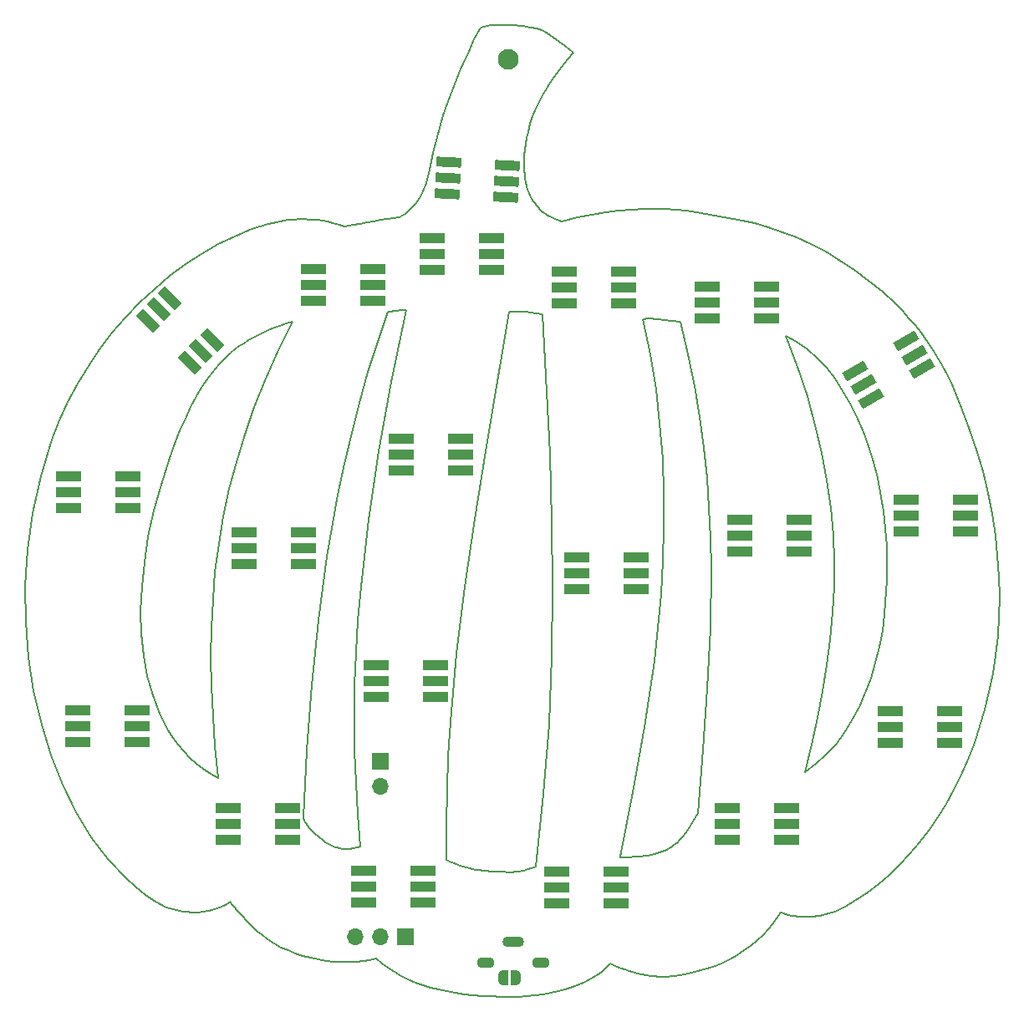
<source format=gbr>
%TF.GenerationSoftware,KiCad,Pcbnew,(6.0.7)*%
%TF.CreationDate,2022-10-09T21:09:45+01:00*%
%TF.ProjectId,Shocksoc-Pumpkin,53686f63-6b73-46f6-932d-50756d706b69,rev?*%
%TF.SameCoordinates,Original*%
%TF.FileFunction,Soldermask,Top*%
%TF.FilePolarity,Negative*%
%FSLAX46Y46*%
G04 Gerber Fmt 4.6, Leading zero omitted, Abs format (unit mm)*
G04 Created by KiCad (PCBNEW (6.0.7)) date 2022-10-09 21:09:45*
%MOMM*%
%LPD*%
G01*
G04 APERTURE LIST*
G04 Aperture macros list*
%AMRotRect*
0 Rectangle, with rotation*
0 The origin of the aperture is its center*
0 $1 length*
0 $2 width*
0 $3 Rotation angle, in degrees counterclockwise*
0 Add horizontal line*
21,1,$1,$2,0,0,$3*%
%AMFreePoly0*
4,1,22,0.500000,-0.750000,0.000000,-0.750000,0.000000,-0.745033,-0.079941,-0.743568,-0.215256,-0.701293,-0.333266,-0.622738,-0.424486,-0.514219,-0.481581,-0.384460,-0.499164,-0.250000,-0.500000,-0.250000,-0.500000,0.250000,-0.499164,0.250000,-0.499963,0.256109,-0.478152,0.396186,-0.417904,0.524511,-0.324060,0.630769,-0.204165,0.706417,-0.067858,0.745374,0.000000,0.744959,0.000000,0.750000,
0.500000,0.750000,0.500000,-0.750000,0.500000,-0.750000,$1*%
%AMFreePoly1*
4,1,20,0.000000,0.744959,0.073905,0.744508,0.209726,0.703889,0.328688,0.626782,0.421226,0.519385,0.479903,0.390333,0.500000,0.250000,0.500000,-0.250000,0.499851,-0.262216,0.476331,-0.402017,0.414519,-0.529596,0.319384,-0.634700,0.198574,-0.708877,0.061801,-0.746166,0.000000,-0.745033,0.000000,-0.750000,-0.500000,-0.750000,-0.500000,0.750000,0.000000,0.750000,0.000000,0.744959,
0.000000,0.744959,$1*%
G04 Aperture macros list end*
%TA.AperFunction,Profile*%
%ADD10C,0.150000*%
%TD*%
%ADD11C,2.100000*%
%ADD12R,2.500000X1.000000*%
%ADD13RotRect,2.500000X1.000000X177.000000*%
%ADD14RotRect,2.500000X1.000000X315.000000*%
%ADD15RotRect,2.500000X1.000000X30.000000*%
%ADD16FreePoly0,180.000000*%
%ADD17FreePoly1,180.000000*%
%ADD18R,1.700000X1.700000*%
%ADD19O,1.700000X1.700000*%
%ADD20O,1.800000X1.100000*%
%ADD21O,2.200000X1.100000*%
G04 APERTURE END LIST*
D10*
X88189277Y-46285822D02*
X87886851Y-47554035D01*
X125789109Y-67477498D02*
X124735935Y-66723644D01*
X83358959Y-63667797D02*
X83281100Y-63689672D01*
X136064447Y-64298760D02*
X135427679Y-63596789D01*
X64579406Y-109966272D02*
X65309041Y-110450512D01*
X89223148Y-115660991D02*
X89248518Y-119217241D01*
X92683768Y-34827859D02*
X92683768Y-34827858D01*
X96672766Y-120360524D02*
X96826444Y-120330646D01*
X115209995Y-108049459D02*
X115650942Y-101819612D01*
X77126100Y-117480639D02*
X77297763Y-117580293D01*
X134773521Y-62921139D02*
X133419365Y-61648193D01*
X93293460Y-120310097D02*
X93692227Y-120342190D01*
X100557371Y-132518967D02*
X101284916Y-132321281D01*
X82549437Y-54369001D02*
X81883311Y-54477878D01*
X71200966Y-54746301D02*
X71200966Y-54746301D01*
X144508272Y-84166093D02*
X144082730Y-82002922D01*
X87638472Y-48821475D02*
X87564466Y-49212751D01*
X97124668Y-120252507D02*
X97443625Y-120149166D01*
X65785982Y-107710346D02*
X65568704Y-104615945D01*
X135132861Y-119709457D02*
X136152517Y-118618545D01*
X111561753Y-118131427D02*
X111781962Y-118014446D01*
X92059039Y-36066917D02*
X91394153Y-37479069D01*
X111288176Y-131020166D02*
X112349518Y-130931969D01*
X61191239Y-124110602D02*
X61546892Y-124216903D01*
X66234449Y-68952796D02*
X65872344Y-69363858D01*
X75102174Y-115615590D02*
X75158719Y-115693020D01*
X125509825Y-110298578D02*
X125509825Y-110298578D01*
X66635752Y-84406780D02*
X67225429Y-81626087D01*
X125188964Y-124959591D02*
X125425703Y-124969853D01*
X114353058Y-71158841D02*
X113708452Y-67946539D01*
X83309127Y-130147434D02*
X83956768Y-130571939D01*
X74921528Y-115340669D02*
X75003130Y-115470988D01*
X72385471Y-54479966D02*
X71995996Y-54554394D01*
X143553875Y-79816000D02*
X142918571Y-77607809D01*
X106833888Y-118884706D02*
X106833888Y-118884706D01*
X82102000Y-129168657D02*
X82102000Y-129168657D01*
X110264785Y-118603143D02*
X110552580Y-118524572D01*
X79703811Y-118036947D02*
X79909987Y-117996771D01*
X94102570Y-34608740D02*
X93748031Y-34645396D01*
X87291111Y-50274263D02*
X87185374Y-50592101D01*
X88536082Y-45028228D02*
X88189277Y-46285822D01*
X74804462Y-115125796D02*
X74855820Y-115225362D01*
X66308667Y-123986171D02*
X66614031Y-123849320D01*
X129104146Y-58445159D02*
X127623696Y-57578672D01*
X85786627Y-53042883D02*
X85531267Y-53308761D01*
X120080801Y-127869660D02*
X120709963Y-127348288D01*
X98257437Y-43116328D02*
X98597932Y-42392870D01*
X123053420Y-124488313D02*
X123185703Y-124544458D01*
X74765908Y-115042699D02*
X74804462Y-115125796D01*
X97359141Y-46051882D02*
X97491362Y-45404430D01*
X71786355Y-65267185D02*
X71222462Y-65491988D01*
X91881369Y-120110772D02*
X92213551Y-120172730D01*
X90921951Y-119866007D02*
X91238872Y-119958153D01*
X58754494Y-122711766D02*
X59777837Y-123394284D01*
X75558969Y-54319242D02*
X75241890Y-54300953D01*
X76413659Y-116966539D02*
X76413659Y-116966539D01*
X95051154Y-120407770D02*
X95051154Y-120407770D01*
X51732572Y-114362863D02*
X53268630Y-116883490D01*
X132876368Y-80528240D02*
X132462784Y-78899898D01*
X89324153Y-42590450D02*
X88917597Y-43792641D01*
X98792211Y-35092614D02*
X98676973Y-35045907D01*
X140626173Y-112075343D02*
X141374029Y-110566353D01*
X109750354Y-64354843D02*
X109136588Y-64369071D01*
X112937727Y-64675594D02*
X112937727Y-64675601D01*
X99610418Y-105434348D02*
X99900165Y-98521685D01*
X143771340Y-103945315D02*
X144206460Y-102156199D01*
X107257504Y-118929545D02*
X107430103Y-118925584D01*
X134078881Y-120722001D02*
X135132861Y-119709457D01*
X112886345Y-117171229D02*
X113188259Y-116841213D01*
X132686756Y-99247149D02*
X133079292Y-97640398D01*
X100947157Y-54481130D02*
X100947157Y-54481130D01*
X106821978Y-118914012D02*
X106834435Y-118916991D01*
X106812888Y-118893138D02*
X106808895Y-118895757D01*
X58372679Y-91535337D02*
X58277631Y-93953218D01*
X74914753Y-54289929D02*
X74578063Y-54286930D01*
X95051154Y-120407770D02*
X95375849Y-120417642D01*
X90280251Y-119646333D02*
X90603511Y-119762314D01*
X79950053Y-101503111D02*
X80074730Y-98198890D01*
X61042839Y-106035884D02*
X61532254Y-106805297D01*
X98965302Y-41697633D02*
X99350128Y-41035779D01*
X70679422Y-65730910D02*
X70156501Y-65984207D01*
X110965009Y-92300102D02*
X110668681Y-95685547D01*
X128093077Y-96799019D02*
X127749095Y-99441503D01*
X106813190Y-118910928D02*
X106821978Y-118914012D01*
X72979638Y-64858920D02*
X72371836Y-65056247D01*
X99459496Y-35450101D02*
X99177454Y-35285366D01*
X100134489Y-39832858D02*
X100875681Y-38825390D01*
X97953233Y-43862848D02*
X98257437Y-43116328D01*
X61179970Y-60038061D02*
X59639602Y-61334445D01*
X95527484Y-34574741D02*
X95169654Y-34566962D01*
X109136588Y-64369071D02*
X109136588Y-64369071D01*
X97336944Y-63688964D02*
X97101910Y-63664435D01*
X97694736Y-44627268D02*
X97953233Y-43862848D01*
X113971918Y-115727186D02*
X114210670Y-115319958D01*
X105409461Y-130144061D02*
X105837664Y-129724214D01*
X107430103Y-118925584D02*
X107640236Y-118918492D01*
X75358766Y-115944730D02*
X75436230Y-116034804D01*
X77222051Y-54539058D02*
X76716644Y-54449879D01*
X84483064Y-54083037D02*
X84482079Y-54088246D01*
X85337228Y-131300477D02*
X86068855Y-131608228D01*
X114687285Y-114461465D02*
X114687285Y-114461465D01*
X83281100Y-63689672D02*
X82243592Y-66725337D01*
X74708817Y-114889573D02*
X74708817Y-114889573D01*
X99695265Y-53994739D02*
X99499775Y-53882076D01*
X132993713Y-121653693D02*
X134078881Y-120722001D01*
X76951753Y-117369909D02*
X77126100Y-117480639D01*
X47436459Y-102123326D02*
X48204372Y-105451841D01*
X56794039Y-121085403D02*
X57759292Y-121940995D01*
X106834435Y-118916991D02*
X106851001Y-118919814D01*
X84479517Y-54098745D02*
X83201889Y-54270385D01*
X80535082Y-117808259D02*
X80250089Y-114565814D01*
X99754497Y-35636709D02*
X99459496Y-35450101D01*
X113374407Y-130783041D02*
X114361338Y-130577252D01*
X80549289Y-91522756D02*
X81310388Y-84735945D01*
X84483971Y-54077837D02*
X84483064Y-54083037D01*
X76272302Y-129288710D02*
X77061677Y-129412521D01*
X106804861Y-118904653D02*
X106807630Y-118907791D01*
X67225429Y-81626087D02*
X67941299Y-78846714D01*
X76149250Y-116742353D02*
X76277825Y-116853344D01*
X128490872Y-88883728D02*
X128471224Y-91530140D01*
X128471224Y-91530140D02*
X128336206Y-94165234D01*
X69168081Y-66534945D02*
X68701113Y-66832895D01*
X113466180Y-116489446D02*
X113725577Y-116117559D01*
X75703670Y-116322261D02*
X75805143Y-116423521D01*
X106367333Y-129943576D02*
X106958540Y-130165893D01*
X106805933Y-118898584D02*
X106804442Y-118901567D01*
X62792587Y-74461340D02*
X62256563Y-75709406D01*
X124541474Y-124892893D02*
X124746443Y-124920245D01*
X72179252Y-67574023D02*
X73610495Y-64674947D01*
X132014643Y-60478696D02*
X130572015Y-59411426D01*
X107010841Y-118929744D02*
X107118922Y-118930793D01*
X114515227Y-53549944D02*
X113521177Y-53420972D01*
X112376525Y-117621898D02*
X112554969Y-117477861D01*
X100947157Y-54481130D02*
X100622571Y-54388212D01*
X74578063Y-54286930D02*
X74232322Y-54292715D01*
X96975432Y-120294675D02*
X97124668Y-120252507D01*
X117079361Y-129657412D02*
X117899434Y-129262874D01*
X96331604Y-120402416D02*
X96509465Y-120384413D01*
X96248112Y-34621012D02*
X95886872Y-34592860D01*
X106851001Y-118919814D02*
X106872115Y-118922427D01*
X58277631Y-93953218D02*
X58341056Y-96276094D01*
X80535082Y-117808259D02*
X80535082Y-117808259D01*
X76160941Y-54374583D02*
X75558969Y-54319242D01*
X81310388Y-84735945D02*
X82341551Y-77813956D01*
X66609332Y-68558657D02*
X66234449Y-68952796D01*
X109470613Y-130868283D02*
X109934964Y-130945116D01*
X114879673Y-74320515D02*
X114353058Y-71158841D01*
X93212547Y-77752525D02*
X92093992Y-84638259D01*
X96523861Y-133057825D02*
X97377031Y-133011255D01*
X110825491Y-118437911D02*
X111084201Y-118343364D01*
X75003130Y-115470988D02*
X75050375Y-115541549D01*
X107118922Y-118930793D02*
X107257504Y-118929545D01*
X99911370Y-84917937D02*
X99697213Y-78073929D01*
X93393581Y-34693930D02*
X93038924Y-34754648D01*
X87564466Y-49212751D02*
X87481405Y-49585020D01*
X76595428Y-117113330D02*
X76774828Y-117247630D01*
X133394104Y-95989107D02*
X133632080Y-94301792D01*
X70132420Y-126454556D02*
X70497813Y-126762117D01*
X67762669Y-55989329D02*
X66068923Y-56816812D01*
X138076311Y-116211544D02*
X138974178Y-114900421D01*
X63240422Y-108845236D02*
X63889875Y-109430669D01*
X142918571Y-77607809D02*
X142173682Y-75380833D01*
X112554969Y-117477861D02*
X112886345Y-117171229D01*
X73933614Y-128666898D02*
X74702206Y-128916462D01*
X124166142Y-124827168D02*
X124541474Y-124892893D01*
X79621041Y-75934597D02*
X78897878Y-79042493D01*
X115832866Y-83581906D02*
X115611448Y-80524033D01*
X84486489Y-54064806D02*
X84485912Y-54067422D01*
X109961423Y-118673420D02*
X110264785Y-118603143D01*
X66078806Y-110881853D02*
X66078806Y-110881853D01*
X77632617Y-117748259D02*
X77795599Y-117817514D01*
X98470896Y-34983383D02*
X97717467Y-34827793D01*
X96623131Y-63659058D02*
X95596224Y-63673356D01*
X78853703Y-54980665D02*
X78396225Y-54829168D01*
X89248518Y-119217241D02*
X89606057Y-119374538D01*
X93788196Y-133017104D02*
X94761057Y-133056520D01*
X132462784Y-78899898D02*
X131981245Y-77320686D01*
X97345881Y-34762586D02*
X96977322Y-34706182D01*
X99017451Y-132825558D02*
X99800920Y-132687186D01*
X84479517Y-54098745D02*
X84479517Y-54098745D01*
X48204372Y-105451841D02*
X49185994Y-108619577D01*
X126641839Y-109475877D02*
X127688136Y-108531999D01*
X110024474Y-64361644D02*
X109750354Y-64354843D01*
X72371836Y-65056247D02*
X71786355Y-65267185D01*
X83448942Y-63647973D02*
X83358959Y-63667797D01*
X64074210Y-124496285D02*
X64609375Y-124444064D01*
X83281100Y-63689672D02*
X83281100Y-63689672D01*
X110434668Y-71508094D02*
X110848262Y-75035857D01*
X71995996Y-54554394D02*
X71600993Y-54642919D01*
X78704655Y-118056593D02*
X78978934Y-118080390D01*
X96134247Y-120414636D02*
X96331604Y-120402416D01*
X73610495Y-64674947D02*
X73610495Y-64674947D01*
X83956768Y-130571939D02*
X84633001Y-130955667D01*
X126747983Y-124892360D02*
X127037317Y-124845033D01*
X123346194Y-124604236D02*
X123565259Y-124675904D01*
X110396612Y-130998923D02*
X110624577Y-131015841D01*
X98914553Y-35148601D02*
X98792211Y-35092614D01*
X84487831Y-54059549D02*
X84487125Y-54062182D01*
X93692227Y-120342190D02*
X94115896Y-120368672D01*
X70497813Y-126762117D02*
X71110469Y-127232547D01*
X87073573Y-50892660D02*
X86956457Y-51176371D01*
X102086924Y-37388533D02*
X102086924Y-37388533D01*
X112494946Y-53318635D02*
X111431300Y-53248295D01*
X99108596Y-53616443D02*
X98915365Y-53461888D01*
X144082730Y-82002922D02*
X143553875Y-79816000D01*
X80275162Y-94873126D02*
X80549289Y-91522756D01*
X100358650Y-36051143D02*
X100056275Y-35839089D01*
X75220204Y-115773747D02*
X75286822Y-115857681D01*
X75158719Y-115693020D02*
X75220204Y-115773747D01*
X109641809Y-118735198D02*
X109961423Y-118673420D01*
X73145827Y-54370364D02*
X72768916Y-54418875D01*
X97491362Y-45404430D02*
X97491362Y-45404430D01*
X108120416Y-130542872D02*
X108557433Y-130662837D01*
X130742353Y-123264594D02*
X131880491Y-122502052D01*
X81476404Y-129318534D02*
X82102000Y-129168657D01*
X130137777Y-72962980D02*
X129393297Y-71665440D01*
X81883311Y-54477878D02*
X81200076Y-54598314D01*
X49258614Y-76628694D02*
X48125999Y-80313733D01*
X124735935Y-66723644D02*
X123623686Y-66104074D01*
X129582434Y-123938836D02*
X130742353Y-123264594D01*
X122282520Y-125667447D02*
X122696719Y-125081158D01*
X95169654Y-34566962D02*
X94813088Y-34569830D01*
X123623686Y-66104074D02*
X123623686Y-66104074D01*
X110552580Y-118524572D02*
X110825491Y-118437911D01*
X79237445Y-118082532D02*
X79479350Y-118066792D01*
X140342604Y-70880453D02*
X140342604Y-70880453D01*
X127637622Y-124711616D02*
X127947782Y-124623792D01*
X127270590Y-77984753D02*
X127785009Y-80776512D01*
X75241890Y-54300953D02*
X74914753Y-54289929D01*
X87638472Y-48821475D02*
X87638472Y-48821475D01*
X93038924Y-34754648D02*
X92683768Y-34827859D01*
X79768534Y-54879057D02*
X79013354Y-55041959D01*
X62563146Y-124430665D02*
X62884236Y-124470196D01*
X97254705Y-46667940D02*
X97359141Y-46051882D01*
X98208858Y-132933707D02*
X99017451Y-132825558D01*
X105837664Y-129724214D02*
X105837664Y-129724214D01*
X115650942Y-101819612D02*
X115945091Y-95707812D01*
X66614031Y-123849320D02*
X66867962Y-123719467D01*
X131981245Y-77320686D02*
X131432639Y-75799118D01*
X127749095Y-99441503D02*
X127311521Y-102102693D01*
X73515700Y-54333673D02*
X73145827Y-54370364D01*
X101498372Y-38054658D02*
X102086924Y-37388533D01*
X112349518Y-130931969D02*
X113374407Y-130783041D01*
X108951094Y-118832445D02*
X109305260Y-118788275D01*
X114687285Y-114461465D02*
X115209995Y-108049459D01*
X70902338Y-70432317D02*
X72179252Y-67574023D01*
X131033923Y-103715009D02*
X131664959Y-102292970D01*
X99697213Y-78073929D02*
X98990344Y-63919332D01*
X64537022Y-71182438D02*
X63926944Y-72199895D01*
X124788314Y-69201306D02*
X125779501Y-72207157D01*
X114361338Y-130577252D02*
X115308810Y-130318471D01*
X136152517Y-118618545D02*
X137134712Y-117451746D01*
X101981662Y-132094503D02*
X102645718Y-131839012D01*
X121287639Y-126804882D02*
X121812326Y-126243312D01*
X97362367Y-50930451D02*
X97272030Y-50561288D01*
X123623686Y-66104074D02*
X124788314Y-69201306D01*
X145067548Y-96507319D02*
X145196034Y-94538790D01*
X71600993Y-54642919D02*
X71200966Y-54746301D01*
X144569625Y-100318506D02*
X144857700Y-98434719D01*
X87481405Y-49585020D02*
X87390038Y-49938713D01*
X74738612Y-114976799D02*
X74765908Y-115042699D01*
X94115896Y-120368672D02*
X95051154Y-120407770D01*
X145196375Y-90488273D02*
X145061958Y-88411251D01*
X107963535Y-53282898D02*
X106697893Y-53394186D01*
X98915365Y-53461888D02*
X98725345Y-53291785D01*
X71766442Y-127657677D02*
X72459668Y-128038069D01*
X83659330Y-63613628D02*
X83549562Y-63629988D01*
X108578625Y-118867505D02*
X108951094Y-118832445D01*
X65550942Y-124248970D02*
X65953697Y-124122046D01*
X92683768Y-34827859D02*
X92683768Y-34827859D01*
X95596224Y-63673356D02*
X93212547Y-77752525D01*
X110325005Y-53215316D02*
X109170828Y-53225063D01*
X64402187Y-57772155D02*
X62770017Y-58848268D01*
X115945091Y-95707812D02*
X116027410Y-89649948D01*
X86834774Y-51443666D02*
X86580697Y-51930736D01*
X123233495Y-55565649D02*
X121829352Y-55086043D01*
X122696719Y-125081158D02*
X123053420Y-124488313D01*
X97866402Y-52180314D02*
X97721447Y-51900282D01*
X77061677Y-129412521D02*
X77845849Y-129495542D01*
X140342604Y-70880453D02*
X139901939Y-69962404D01*
X67545951Y-123719744D02*
X67806543Y-124051776D01*
X126143330Y-56810740D02*
X124675709Y-56140140D01*
X99088318Y-112522821D02*
X99610418Y-105434348D01*
X96611498Y-34658888D02*
X96248112Y-34621012D01*
X128913423Y-124265453D02*
X129245674Y-124111495D01*
X144857700Y-98434719D02*
X145067548Y-96507319D01*
X65953697Y-124122046D02*
X66308667Y-123986171D01*
X76774828Y-117247630D02*
X76951753Y-117369909D01*
X58944191Y-100587747D02*
X59484331Y-102551977D01*
X46599554Y-95093806D02*
X46896703Y-98661494D01*
X111288176Y-131020166D02*
X111288176Y-131020166D01*
X124962409Y-124942767D02*
X125188964Y-124959591D01*
X106804442Y-118901567D02*
X106804861Y-118904653D01*
X109136588Y-64369071D02*
X109867470Y-67952856D01*
X50011843Y-74692027D02*
X49258614Y-76628694D01*
X63347423Y-73292183D02*
X62792587Y-74461340D01*
X63926944Y-72199895D02*
X63347423Y-73292183D01*
X79903191Y-104788850D02*
X79950053Y-101503111D01*
X127311521Y-102102693D02*
X126787612Y-104792596D01*
X90173716Y-40331815D02*
X89746083Y-41433045D01*
X90255258Y-98313130D02*
X89635802Y-105186706D01*
X129245674Y-124111495D02*
X129582434Y-123938836D01*
X61532254Y-106805297D02*
X62061638Y-107531016D01*
X99177454Y-35285366D02*
X98914553Y-35148601D01*
X107704324Y-130417177D02*
X108120416Y-130542872D01*
X89257446Y-132505830D02*
X90117136Y-132656174D01*
X95912460Y-120421179D02*
X96134247Y-120414636D01*
X101284916Y-132321281D02*
X101981662Y-132094503D01*
X100056275Y-35839089D02*
X99754497Y-35636709D01*
X46559461Y-91447724D02*
X46599554Y-95093806D01*
X127623696Y-57578672D02*
X126143330Y-56810740D01*
X145061958Y-88411251D02*
X144833636Y-86303030D01*
X132215607Y-100800845D02*
X132686756Y-99247149D01*
X58625984Y-89034726D02*
X58372679Y-91535337D01*
X115968810Y-86621206D02*
X115832866Y-83581906D01*
X141374029Y-110566353D02*
X142065610Y-108996372D01*
X80496296Y-54731608D02*
X79768534Y-54879057D01*
X87611926Y-132119992D02*
X88422177Y-132327722D01*
X86956457Y-51176371D02*
X86834774Y-51443666D01*
X123565259Y-124675904D02*
X123839656Y-124752527D01*
X75483791Y-129123545D02*
X76272302Y-129288710D01*
X79013354Y-55041959D02*
X78853703Y-54980665D01*
X77795599Y-117817514D02*
X77955478Y-117877581D01*
X84484890Y-54072636D02*
X84483971Y-54077837D01*
X73878033Y-54308043D02*
X73515700Y-54333673D01*
X89423084Y-108651001D02*
X89283435Y-112140670D01*
X98569610Y-35009243D02*
X98470896Y-34983383D01*
X84688132Y-63515661D02*
X84160099Y-63560175D01*
X66068923Y-56816812D02*
X64402187Y-57772155D01*
X50882756Y-72798144D02*
X50011843Y-74692027D01*
X51863798Y-70954134D02*
X50882756Y-72798144D01*
X108143107Y-112334745D02*
X106833888Y-118884706D01*
X125509825Y-110298578D02*
X125509825Y-110298578D01*
X85070440Y-53703992D02*
X84876939Y-53840254D01*
X141316071Y-73137553D02*
X140342604Y-70880453D01*
X97272030Y-50561288D02*
X97198420Y-50167861D01*
X91238872Y-119958153D02*
X91557577Y-120039494D01*
X106808895Y-118895757D02*
X106805933Y-118898584D01*
X67817991Y-67475233D02*
X67400369Y-67820131D01*
X46790871Y-87750710D02*
X46559461Y-91447724D01*
X126192976Y-124952584D02*
X126466401Y-124927921D01*
X87390038Y-49938713D02*
X87291111Y-50274263D01*
X65567602Y-92840991D02*
X65812466Y-90005811D01*
X133496117Y-83898251D02*
X132876368Y-80528240D01*
X129527134Y-106314768D02*
X130321611Y-105058447D01*
X59639602Y-61334445D02*
X58156469Y-62730330D01*
X75436230Y-116034804D02*
X75519406Y-116127811D01*
X128585303Y-70459606D02*
X127714681Y-69353994D01*
X89283435Y-112140670D02*
X89223148Y-115660991D01*
X58341056Y-96276094D02*
X58563171Y-98491695D01*
X112937727Y-64675594D02*
X112937727Y-64675594D01*
X144833636Y-86303030D02*
X144508272Y-84166093D01*
X53268630Y-116883490D02*
X54960602Y-119133491D01*
X80097041Y-117950039D02*
X80264134Y-117900526D01*
X119401657Y-128365128D02*
X120080801Y-127869660D01*
X95596224Y-63673356D02*
X95596224Y-63673356D01*
X106697893Y-53394186D02*
X105368667Y-53564289D01*
X109170828Y-53225063D02*
X107963535Y-53282898D01*
X123185703Y-124544458D02*
X123346194Y-124604236D01*
X99350128Y-41035779D02*
X99742996Y-40412467D01*
X86827286Y-131880780D02*
X87611926Y-132119992D01*
X123053420Y-124488313D02*
X123053420Y-124488313D01*
X129393297Y-71665440D02*
X128585303Y-70459606D01*
X89606057Y-119374538D02*
X89948867Y-119517322D01*
X126782321Y-68357120D02*
X125789109Y-67477498D01*
X84593677Y-54007349D02*
X84488619Y-54056905D01*
X76277825Y-116853344D02*
X76413659Y-116966539D01*
X65383296Y-98624779D02*
X65426421Y-95711173D01*
X65812466Y-90005811D02*
X66166640Y-87197214D01*
X119185927Y-54406591D02*
X119185927Y-54406591D01*
X94761057Y-133056520D02*
X95651239Y-133073039D01*
X142697779Y-107367884D02*
X143267401Y-105683371D01*
X57759292Y-121940995D02*
X58754494Y-122711766D01*
X108187170Y-118893251D02*
X108578625Y-118867505D01*
X49185994Y-108619577D02*
X50366877Y-111599071D01*
X56738128Y-64218626D02*
X55392133Y-65792245D01*
X75571112Y-101456683D02*
X75067681Y-108109030D01*
X106929744Y-118926817D02*
X107010841Y-118929744D01*
X75519406Y-116127811D02*
X75608488Y-116223660D01*
X113188259Y-116841213D02*
X113466180Y-116489446D01*
X87185374Y-50592101D02*
X87073573Y-50892660D01*
X75067681Y-108109030D02*
X74708817Y-114889573D01*
X125425703Y-124969853D02*
X125672222Y-124972683D01*
X111168219Y-88893620D02*
X110965009Y-92300102D01*
X59037330Y-86463656D02*
X58625984Y-89034726D01*
X133079292Y-97640398D02*
X133394104Y-95989107D01*
X128586088Y-124401577D02*
X128913423Y-124265453D01*
X65183531Y-70237772D02*
X64537022Y-71182438D01*
X104422836Y-130904030D02*
X104937221Y-130537459D01*
X106958540Y-130165893D02*
X107315063Y-130290076D01*
X139825178Y-113520860D02*
X140626173Y-112075343D01*
X106807630Y-118907791D02*
X106813190Y-118910928D01*
X72459668Y-128038069D02*
X73184080Y-128374288D01*
X69462479Y-125845868D02*
X69787150Y-126148287D01*
X78415447Y-118007364D02*
X78704655Y-118056593D01*
X97443625Y-120149166D02*
X97822797Y-120019795D01*
X126466401Y-124927921D02*
X126747983Y-124892360D01*
X123839656Y-124752527D02*
X124166142Y-124827168D01*
X69475869Y-55296796D02*
X67762669Y-55989329D01*
X65309041Y-110450512D02*
X66078806Y-110881853D01*
X109009467Y-130772749D02*
X109470613Y-130868283D01*
X99499775Y-53882076D02*
X99303809Y-53756242D01*
X130817854Y-74343711D02*
X130137777Y-72962980D01*
X126787612Y-104792596D02*
X126184627Y-107521222D01*
X125779501Y-72207157D02*
X126604507Y-75131637D01*
X97106294Y-49305047D02*
X97090236Y-48834076D01*
X106833888Y-118884706D02*
X106822210Y-118888731D01*
X110624577Y-131015841D02*
X110849652Y-131025381D01*
X59484331Y-102551977D02*
X60183809Y-104372114D01*
X68701113Y-66832895D02*
X68251328Y-67146240D01*
X79479350Y-118066792D02*
X79703811Y-118036947D01*
X80074730Y-98198890D02*
X80275162Y-94873126D01*
X84487125Y-54062182D02*
X84486489Y-54064806D01*
X89746083Y-41433045D02*
X89324153Y-42590450D01*
X110849652Y-131025381D02*
X111071097Y-131027003D01*
X98301672Y-119863565D02*
X99088318Y-112522821D01*
X120709963Y-127348288D02*
X121287639Y-126804882D01*
X84488619Y-54056905D02*
X84488619Y-54056905D01*
X84480260Y-54096107D02*
X84479517Y-54098745D01*
X98021940Y-52440043D02*
X97866402Y-52180314D01*
X117899434Y-129262874D02*
X118674034Y-128830822D01*
X50366877Y-111599071D02*
X51732572Y-114362863D01*
X112937727Y-64675601D02*
X111276865Y-64479947D01*
X139901939Y-69962404D02*
X139431222Y-69071901D01*
X128155024Y-83516922D02*
X128387891Y-86215992D01*
X111990705Y-117890395D02*
X112188665Y-117759477D01*
X76413659Y-116966539D02*
X76595428Y-117113330D01*
X67973690Y-124255566D02*
X68164769Y-124481125D01*
X62770017Y-58848268D02*
X61179970Y-60038061D01*
X99989752Y-91708369D02*
X99911370Y-84917937D01*
X142065610Y-108996372D02*
X142697779Y-107367884D01*
X61217459Y-78450418D02*
X60333284Y-81159229D01*
X61546892Y-124216903D02*
X61894246Y-124305015D01*
X116027410Y-89649948D02*
X115968810Y-86621206D01*
X89248518Y-119217241D02*
X89248518Y-119217241D01*
X65432600Y-101590230D02*
X65383296Y-98624779D01*
X98186832Y-52680263D02*
X98021940Y-52440043D01*
X98676973Y-35045907D02*
X98569610Y-35009243D01*
X91000652Y-132780615D02*
X91907398Y-132881011D01*
X109934964Y-130945116D02*
X110396612Y-130998923D01*
X110740972Y-64420675D02*
X110339094Y-64382414D01*
X137279481Y-65782278D02*
X136682242Y-65027205D01*
X73610495Y-64674947D02*
X73610495Y-64674947D01*
X61733478Y-77038419D02*
X61217459Y-78450418D01*
X62884236Y-124470196D02*
X63498556Y-124507653D01*
X138932034Y-68208789D02*
X138405960Y-67372917D01*
X131432639Y-75799118D02*
X130817854Y-74343711D01*
X106898216Y-118924778D02*
X106929744Y-118926817D01*
X75805143Y-116423521D02*
X75913103Y-116527351D01*
X91557577Y-120039494D02*
X91881369Y-120110772D01*
X116215319Y-130010568D02*
X117079361Y-129657412D01*
X98359849Y-52901765D02*
X98186832Y-52680263D01*
X114210670Y-115319958D02*
X114687285Y-114461465D01*
X77673134Y-54636047D02*
X77222051Y-54539058D01*
X92836777Y-132959221D02*
X93788196Y-133017104D01*
X78618754Y-129538337D02*
X79374327Y-129541470D01*
X91007420Y-38343438D02*
X90597384Y-39298150D01*
X111084201Y-118343364D02*
X111329394Y-118241135D01*
X87886851Y-47554035D02*
X87638472Y-48821475D01*
X80051149Y-111317139D02*
X79936202Y-108059172D01*
X83549562Y-63629988D02*
X83448942Y-63647973D01*
X139431222Y-69071901D02*
X138932034Y-68208789D01*
X145240021Y-92531613D02*
X145196375Y-90488273D01*
X70156501Y-65984207D02*
X69652966Y-66252134D01*
X111071097Y-131027003D02*
X111288176Y-131020166D01*
X86050641Y-52726890D02*
X85786627Y-53042883D01*
X84932598Y-63492489D02*
X84688132Y-63515661D01*
X86580697Y-51930736D02*
X86317325Y-52357326D01*
X74721029Y-114928826D02*
X74738612Y-114976799D01*
X130572015Y-59411426D02*
X129104146Y-58445159D01*
X138974178Y-114900421D02*
X139825178Y-113520860D01*
X78065868Y-54734775D02*
X77673134Y-54636047D01*
X49258614Y-76628694D02*
X49258614Y-76628694D01*
X62256563Y-75709406D02*
X61733478Y-77038419D01*
X133833389Y-87362595D02*
X133496117Y-83898251D01*
X62061638Y-107531016D02*
X62631018Y-108211507D01*
X65522282Y-69792098D02*
X65183531Y-70237772D01*
X52947412Y-69167088D02*
X51863798Y-70954134D01*
X118674034Y-128830822D02*
X119401657Y-128365128D01*
X89948867Y-119517322D02*
X90280251Y-119646333D01*
X47308234Y-84030226D02*
X46790871Y-87750710D01*
X60827516Y-123985116D02*
X60827516Y-123985116D01*
X54960602Y-119133491D02*
X56794039Y-121085403D01*
X68616818Y-124987312D02*
X68876837Y-125262821D01*
X61217459Y-78450418D02*
X61217459Y-78450418D01*
X107315063Y-130290076D02*
X107704324Y-130417177D01*
X100266592Y-54261622D02*
X99889050Y-54095023D01*
X98990344Y-63919332D02*
X98990344Y-63919332D01*
X98539763Y-53105342D02*
X98359849Y-52901765D01*
X131664959Y-102292970D02*
X132215607Y-100800845D01*
X111329394Y-118241135D02*
X111561753Y-118131427D01*
X110668681Y-95685547D02*
X110289316Y-99051026D01*
X121829352Y-55086043D02*
X120475942Y-54700098D01*
X135427679Y-63596789D02*
X134773521Y-62921139D01*
X97124273Y-47809043D02*
X97176825Y-47253396D01*
X105837664Y-129724214D02*
X106367333Y-129943576D01*
X115611448Y-80524033D02*
X115296426Y-77439574D01*
X95886872Y-34592860D02*
X95527484Y-34574741D01*
X133632080Y-94301792D02*
X133881078Y-90853150D01*
X91907398Y-132881011D02*
X92836777Y-132959221D01*
X107891419Y-118907854D02*
X108187170Y-118893251D01*
X131880491Y-122502052D02*
X132993713Y-121653693D01*
X85531267Y-53308761D02*
X85290544Y-53527979D01*
X95651239Y-133073039D02*
X96523861Y-133057825D01*
X90117136Y-132656174D02*
X91000652Y-132780615D01*
X66867962Y-123719467D02*
X67214238Y-123512658D01*
X108557433Y-130662837D02*
X109009467Y-130772749D01*
X105368667Y-53564289D02*
X103970625Y-53798572D01*
X78244075Y-82171489D02*
X77129782Y-88497646D01*
X100622571Y-54388212D02*
X100266592Y-54261622D01*
X112188665Y-117759477D02*
X112376525Y-117621898D01*
X65102227Y-124358968D02*
X65550942Y-124248970D01*
X79374327Y-129541470D02*
X80106503Y-129505505D01*
X115482329Y-53700187D02*
X114515227Y-53549944D01*
X68876837Y-125262821D02*
X69158882Y-125549859D01*
X86317325Y-52357326D02*
X86050641Y-52726890D01*
X67941299Y-78846714D02*
X68788989Y-76060242D01*
X137134712Y-117451746D02*
X138076311Y-116211544D01*
X97198420Y-50167861D02*
X97142765Y-49749378D01*
X92557425Y-120226109D02*
X92916294Y-120271651D01*
X86068855Y-131608228D02*
X86827286Y-131880780D01*
X96890798Y-63656394D02*
X96623131Y-63659058D01*
X54126043Y-67444095D02*
X52947412Y-69167088D01*
X69158882Y-125549859D02*
X69462479Y-125845868D01*
X81290207Y-69777235D02*
X80417254Y-72846583D01*
X106822210Y-118888731D02*
X106812888Y-118893138D01*
X119185927Y-54406591D02*
X117356622Y-54043029D01*
X92093992Y-84638259D02*
X91091442Y-91477721D01*
X124746443Y-124920245D02*
X124962409Y-124942767D01*
X71200966Y-54746301D02*
X69475869Y-55296796D01*
X77466637Y-117669342D02*
X77632617Y-117748259D01*
X109321799Y-105726379D02*
X108143107Y-112334745D01*
X61894246Y-124305015D02*
X62233073Y-124375937D01*
X62233073Y-124375937D02*
X62563146Y-124430665D01*
X108187170Y-118893251D02*
X108187170Y-118893251D01*
X97095819Y-48335672D02*
X97124273Y-47809043D01*
X76027740Y-116633659D02*
X76149250Y-116742353D01*
X77297763Y-117580293D02*
X77466637Y-117669342D01*
X79909987Y-117996771D02*
X80097041Y-117950039D01*
X97588304Y-51599156D02*
X97468201Y-51276143D01*
X84876939Y-53840254D02*
X84593677Y-54007349D01*
X73184080Y-128374288D02*
X73933614Y-128666898D01*
X115308810Y-130318471D02*
X116215319Y-130010568D01*
X94761057Y-133056520D02*
X94761057Y-133056520D01*
X111276865Y-64479947D02*
X110740972Y-64420675D01*
X84482079Y-54088246D02*
X84480927Y-54093479D01*
X63889875Y-109430669D02*
X64579406Y-109966272D01*
X92213551Y-120172730D02*
X92557425Y-120226109D01*
X60333284Y-81159229D02*
X59606502Y-83834399D01*
X101207537Y-36684349D02*
X100655439Y-36266770D01*
X88422177Y-132327722D02*
X89257446Y-132505830D01*
X80264134Y-117900526D02*
X80535082Y-117808259D01*
X89635802Y-105186706D02*
X89423084Y-108651001D01*
X128336206Y-94165234D02*
X128093077Y-96799019D01*
X98725345Y-53291785D02*
X98539763Y-53105342D01*
X133419365Y-61648193D02*
X132014643Y-60478696D01*
X115296426Y-77439574D02*
X114879673Y-74320515D01*
X58563171Y-98491695D02*
X58944191Y-100587747D01*
X76248637Y-94922799D02*
X75571112Y-101456683D01*
X77845849Y-129495542D02*
X78618754Y-129538337D01*
X107640236Y-118918492D02*
X107891419Y-118907854D01*
X91091442Y-91477721D02*
X90255258Y-98313130D01*
X130321611Y-105058447D02*
X131033923Y-103715009D01*
X68164769Y-124481125D02*
X68379304Y-124725894D01*
X111118333Y-78537219D02*
X111254962Y-82013251D01*
X99742996Y-40412467D02*
X100134489Y-39832858D01*
X68251328Y-67146240D02*
X67817991Y-67475233D01*
X84488619Y-54056905D02*
X84487831Y-54059549D01*
X68788989Y-76060242D02*
X69774126Y-73258250D01*
X97142765Y-49749378D02*
X97106294Y-49305047D01*
X62631018Y-108211507D02*
X63240422Y-108845236D01*
X83900352Y-63584931D02*
X83659330Y-63613628D01*
X99900165Y-98521685D02*
X99989752Y-91708369D01*
X80417254Y-72846583D02*
X79621041Y-75934597D01*
X69774126Y-73258250D02*
X70902338Y-70432317D01*
X95375849Y-120417642D02*
X95661305Y-120422146D01*
X65426421Y-95711173D02*
X65567602Y-92840991D01*
X75050375Y-115541549D02*
X75102174Y-115615590D01*
X98990344Y-63919328D02*
X97676376Y-63735766D01*
X63498556Y-124507653D02*
X64074210Y-124496285D01*
X101663118Y-37043032D02*
X101207537Y-36684349D01*
X59777837Y-123394284D02*
X60827516Y-123985116D01*
X128264072Y-124520734D02*
X128586088Y-124401577D01*
X97491362Y-45404430D02*
X97694736Y-44627268D01*
X74855820Y-115225362D02*
X74921528Y-115340669D01*
X85290544Y-53527979D02*
X85070440Y-53703992D01*
X78112149Y-117928930D02*
X78415447Y-118007364D01*
X103275193Y-131555184D02*
X103868196Y-131243398D01*
X67806543Y-124051776D02*
X67973690Y-124255566D01*
X102645718Y-131839012D02*
X103275193Y-131555184D01*
X138405960Y-67372917D02*
X137854581Y-66564131D01*
X137854581Y-66564131D02*
X137279481Y-65782278D01*
X125672222Y-124972683D02*
X125928115Y-124967216D01*
X80106503Y-129505505D02*
X80809217Y-129431005D01*
X68379304Y-124725894D02*
X68616818Y-124987312D01*
X109867470Y-67952856D02*
X110434668Y-71508094D01*
X80250089Y-114565814D02*
X80051149Y-111317139D01*
X82102000Y-129168657D02*
X82690672Y-129680293D01*
X127785009Y-80776512D02*
X128155024Y-83516922D01*
X121812326Y-126243312D02*
X122282520Y-125667447D01*
X129582434Y-123938836D02*
X129582434Y-123938836D01*
X128649605Y-107475457D02*
X129527134Y-106314768D01*
X110848262Y-75035857D02*
X111118333Y-78537219D01*
X127037317Y-124845033D02*
X127333999Y-124785074D01*
X96509465Y-120384413D02*
X96672766Y-120360524D01*
X111254962Y-82013251D02*
X111268230Y-85465027D01*
X77955478Y-117877581D02*
X78112149Y-117928930D01*
X98597932Y-42392870D02*
X98965302Y-41697633D01*
X125509825Y-110298578D02*
X126641839Y-109475877D01*
X83201889Y-54270385D02*
X82549437Y-54369001D01*
X79013354Y-55041959D02*
X79013354Y-55041959D01*
X67332905Y-123429544D02*
X67332905Y-123429544D01*
X143267401Y-105683371D02*
X143771340Y-103945315D01*
X97822797Y-120019795D02*
X98301672Y-119863565D01*
X67400369Y-67820131D02*
X66997727Y-68181187D01*
X99889050Y-54095023D02*
X99695265Y-53994739D01*
X99800920Y-132687186D02*
X100557371Y-132518967D01*
X127947782Y-124623792D02*
X128264072Y-124520734D01*
X127333999Y-124785074D02*
X127637622Y-124711616D01*
X145196034Y-94538790D02*
X145240021Y-92531613D01*
X74708817Y-114889573D02*
X74721029Y-114928826D01*
X106872115Y-118922427D02*
X106898216Y-118924778D01*
X79936202Y-108059172D02*
X79903191Y-104788850D01*
X81200076Y-54598314D02*
X80496296Y-54731608D01*
X73610495Y-64674947D02*
X72979638Y-64858920D01*
X74232322Y-54292715D02*
X73878033Y-54308043D01*
X113725577Y-116117559D02*
X113971918Y-115727186D01*
X98470896Y-34983383D02*
X98470896Y-34983383D01*
X69652966Y-66252134D02*
X69168081Y-66534945D01*
X128387891Y-86215992D02*
X128490872Y-88883728D01*
X136682242Y-65027205D02*
X136064447Y-64298760D01*
X80809217Y-129431005D02*
X81476404Y-129318534D01*
X71222462Y-65491988D02*
X70679422Y-65730910D01*
X120475942Y-54700098D02*
X119185927Y-54406591D01*
X113708452Y-67946539D02*
X112937727Y-64675594D01*
X97721447Y-51900282D02*
X97588304Y-51599156D01*
X59606502Y-83834399D02*
X59037330Y-86463656D01*
X97468201Y-51276143D02*
X97362367Y-50930451D01*
X94813088Y-34569830D02*
X94457491Y-34583654D01*
X111431300Y-53248295D02*
X110325005Y-53215316D01*
X55392133Y-65792245D02*
X54126043Y-67444095D01*
X96826444Y-120330646D02*
X96975432Y-120294675D01*
X78897878Y-79042493D02*
X78244075Y-82171489D01*
X65568704Y-104615945D02*
X65432600Y-101590230D01*
X110339094Y-64382414D02*
X110024474Y-64361644D01*
X100875681Y-38825390D02*
X101498372Y-38054658D01*
X75608488Y-116223660D02*
X75703670Y-116322261D01*
X126604507Y-75131637D02*
X127270590Y-77984753D01*
X98990344Y-63919332D02*
X98990344Y-63919328D01*
X144206460Y-102156199D02*
X144569625Y-100318506D01*
X99303809Y-53756242D02*
X99108596Y-53616443D01*
X103868196Y-131243398D02*
X104422836Y-130904030D01*
X82690672Y-129680293D02*
X83309127Y-130147434D01*
X48125999Y-80313733D02*
X47308234Y-84030226D01*
X67214238Y-123512658D02*
X67332905Y-123429544D01*
X97176825Y-47253396D02*
X97254705Y-46667940D01*
X97090236Y-48834076D02*
X97095819Y-48335672D01*
X84633001Y-130955667D02*
X85337228Y-131300477D01*
X111781962Y-118014446D02*
X111990705Y-117890395D01*
X111268230Y-85465027D02*
X111168219Y-88893620D01*
X98301672Y-119863565D02*
X98301672Y-119863565D01*
X72768916Y-54418875D02*
X72385471Y-54479966D01*
X100655439Y-36266770D02*
X100358650Y-36051143D01*
X66166640Y-87197214D02*
X66635752Y-84406780D01*
X127714681Y-69353994D02*
X126782321Y-68357120D01*
X78978934Y-118080390D02*
X79237445Y-118082532D01*
X110289316Y-99051026D02*
X109321799Y-105726379D01*
X97101910Y-63664435D02*
X96890798Y-63656394D01*
X84485912Y-54067422D02*
X84484890Y-54072636D01*
X102086924Y-37388533D02*
X101663118Y-37043032D01*
X93748031Y-34645396D02*
X93393581Y-34693930D01*
X92916294Y-120271651D02*
X93293460Y-120310097D01*
X58156469Y-62730330D02*
X56738128Y-64218626D01*
X76716644Y-54449879D02*
X76160941Y-54374583D01*
X82243592Y-66725337D02*
X81290207Y-69777235D01*
X126184627Y-107521222D02*
X125509825Y-110298578D01*
X142173682Y-75380833D02*
X141316071Y-73137553D01*
X60827516Y-123985116D02*
X61191239Y-124110602D01*
X97717467Y-34827793D02*
X97345881Y-34762586D01*
X90597384Y-39298150D02*
X90173716Y-40331815D01*
X97377031Y-133011255D02*
X98208858Y-132933707D01*
X95661305Y-120422146D02*
X95912460Y-120421179D01*
X60183809Y-104372114D02*
X61042839Y-106035884D01*
X109305260Y-118788275D02*
X109641809Y-118735198D01*
X66078806Y-110881853D02*
X65785982Y-107710346D01*
X78396225Y-54829168D02*
X78065868Y-54734775D01*
X71110469Y-127232547D02*
X71766442Y-127657677D01*
X77129782Y-88497646D02*
X76248637Y-94922799D01*
X91394153Y-37479069D02*
X91007420Y-38343438D01*
X75286822Y-115857681D02*
X75358766Y-115944730D01*
X88917597Y-43792641D02*
X88536082Y-45028228D01*
X74702206Y-128916462D02*
X75483791Y-129123545D01*
X113521177Y-53420972D02*
X112494946Y-53318635D01*
X104937221Y-130537459D02*
X105409461Y-130144061D01*
X84160099Y-63560175D02*
X83900352Y-63584931D01*
X127688136Y-108531999D02*
X128649605Y-107475457D01*
X90603511Y-119762314D02*
X90921951Y-119866007D01*
X65872344Y-69363858D02*
X65522282Y-69792098D01*
X117356622Y-54043029D02*
X115482329Y-53700187D01*
X75913103Y-116527351D02*
X76027740Y-116633659D01*
X94457491Y-34583654D02*
X94102570Y-34608740D01*
X46896703Y-98661494D02*
X47436459Y-102123326D01*
X64609375Y-124444064D02*
X65102227Y-124358968D01*
X83626297Y-70732284D02*
X85148150Y-63466428D01*
X85148150Y-63466434D02*
X84932598Y-63492489D01*
X92683768Y-34827858D02*
X92059039Y-36066917D01*
X96977322Y-34706182D02*
X96611498Y-34658888D01*
X82341551Y-77813956D02*
X83626297Y-70732284D01*
X84480927Y-54093479D02*
X84480260Y-54096107D01*
X67332905Y-123429544D02*
X67545951Y-123719744D01*
X69787150Y-126148287D02*
X70132420Y-126454556D01*
X125928115Y-124967216D02*
X126192976Y-124952584D01*
X70497813Y-126762117D02*
X70497813Y-126762117D01*
X97676376Y-63735766D02*
X97336944Y-63688964D01*
X103970625Y-53798572D02*
X102498533Y-54102398D01*
X66997727Y-68181187D02*
X66609332Y-68558657D01*
X124675709Y-56140140D02*
X123233495Y-55565649D01*
X133881078Y-90853150D02*
X133833389Y-87362595D01*
X102498533Y-54102398D02*
X100947157Y-54481130D01*
D11*
%TO.C,MNT*%
X95504000Y-38100000D03*
%TD*%
D12*
%TO.C,D10*%
X82090000Y-99492000D03*
X82090000Y-101092000D03*
X82090000Y-102692000D03*
X88090000Y-102692000D03*
X88090000Y-101092000D03*
X88090000Y-99492000D03*
%TD*%
%TO.C,D3*%
X51864000Y-104064000D03*
X51864000Y-105664000D03*
X51864000Y-107264000D03*
X57864000Y-107264000D03*
X57864000Y-105664000D03*
X57864000Y-104064000D03*
%TD*%
%TO.C,D13*%
X102410000Y-88570000D03*
X102410000Y-90170000D03*
X102410000Y-91770000D03*
X108410000Y-91770000D03*
X108410000Y-90170000D03*
X108410000Y-88570000D03*
%TD*%
%TO.C,D19*%
X135774000Y-82728000D03*
X135774000Y-84328000D03*
X135774000Y-85928000D03*
X141774000Y-85928000D03*
X141774000Y-84328000D03*
X141774000Y-82728000D03*
%TD*%
%TO.C,D15*%
X115666000Y-61138000D03*
X115666000Y-62738000D03*
X115666000Y-64338000D03*
X121666000Y-64338000D03*
X121666000Y-62738000D03*
X121666000Y-61138000D03*
%TD*%
%TO.C,D18*%
X134160000Y-104140000D03*
X134160000Y-105740000D03*
X134160000Y-107340000D03*
X140160000Y-107340000D03*
X140160000Y-105740000D03*
X140160000Y-104140000D03*
%TD*%
%TO.C,D4*%
X67104000Y-113970000D03*
X67104000Y-115570000D03*
X67104000Y-117170000D03*
X73104000Y-117170000D03*
X73104000Y-115570000D03*
X73104000Y-113970000D03*
%TD*%
D13*
%TO.C,D7*%
X95264325Y-52038019D03*
X95348063Y-50440212D03*
X95431800Y-48842405D03*
X89440023Y-48528389D03*
X89356285Y-50126196D03*
X89272548Y-51724003D03*
%TD*%
D12*
%TO.C,D11*%
X80868000Y-120320000D03*
X80868000Y-121920000D03*
X80868000Y-123520000D03*
X86868000Y-123520000D03*
X86868000Y-121920000D03*
X86868000Y-120320000D03*
%TD*%
%TO.C,D17*%
X117650000Y-113970000D03*
X117650000Y-115570000D03*
X117650000Y-117170000D03*
X123650000Y-117170000D03*
X123650000Y-115570000D03*
X123650000Y-113970000D03*
%TD*%
%TO.C,D14*%
X101188000Y-59614000D03*
X101188000Y-61214000D03*
X101188000Y-62814000D03*
X107188000Y-62814000D03*
X107188000Y-61214000D03*
X107188000Y-59614000D03*
%TD*%
%TO.C,D9*%
X84630000Y-76505000D03*
X84630000Y-78105000D03*
X84630000Y-79705000D03*
X90630000Y-79705000D03*
X90630000Y-78105000D03*
X90630000Y-76505000D03*
%TD*%
%TO.C,D2*%
X50975000Y-80315000D03*
X50975000Y-81915000D03*
X50975000Y-83515000D03*
X56975000Y-83515000D03*
X56975000Y-81915000D03*
X56975000Y-80315000D03*
%TD*%
D14*
%TO.C,D1*%
X65482691Y-66521949D03*
X64351320Y-67653320D03*
X63219949Y-68784691D03*
X58977309Y-64542051D03*
X60108680Y-63410680D03*
X61240051Y-62279309D03*
%TD*%
D12*
%TO.C,D8*%
X87805000Y-56185000D03*
X87805000Y-57785000D03*
X87805000Y-59385000D03*
X93805000Y-59385000D03*
X93805000Y-57785000D03*
X93805000Y-56185000D03*
%TD*%
%TO.C,D6*%
X75740000Y-59360000D03*
X75740000Y-60960000D03*
X75740000Y-62560000D03*
X81740000Y-62560000D03*
X81740000Y-60960000D03*
X81740000Y-59360000D03*
%TD*%
%TO.C,D5*%
X68755000Y-86030000D03*
X68755000Y-87630000D03*
X68755000Y-89230000D03*
X74755000Y-89230000D03*
X74755000Y-87630000D03*
X74755000Y-86030000D03*
%TD*%
%TO.C,D16*%
X118920000Y-84760000D03*
X118920000Y-86360000D03*
X118920000Y-87960000D03*
X124920000Y-87960000D03*
X124920000Y-86360000D03*
X124920000Y-84760000D03*
%TD*%
D15*
%TO.C,D20*%
X130632702Y-69650604D03*
X131432702Y-71036245D03*
X132232702Y-72421886D03*
X137428854Y-69421886D03*
X136628854Y-68036245D03*
X135828854Y-66650604D03*
%TD*%
D12*
%TO.C,D12*%
X100426000Y-120396000D03*
X100426000Y-121996000D03*
X100426000Y-123596000D03*
X106426000Y-123596000D03*
X106426000Y-121996000D03*
X106426000Y-120396000D03*
%TD*%
D16*
%TO.C,JP2*%
X96279870Y-131094907D03*
D17*
X94979870Y-131094907D03*
%TD*%
D18*
%TO.C,J3*%
X82550000Y-109220000D03*
D19*
X82550000Y-111760000D03*
%TD*%
D18*
%TO.C,J2*%
X85075000Y-127000000D03*
D19*
X82535000Y-127000000D03*
X79995000Y-127000000D03*
%TD*%
D20*
%TO.C,J1*%
X98812000Y-129599000D03*
X93212000Y-129599000D03*
D21*
X96012000Y-127449000D03*
%TD*%
M02*

</source>
